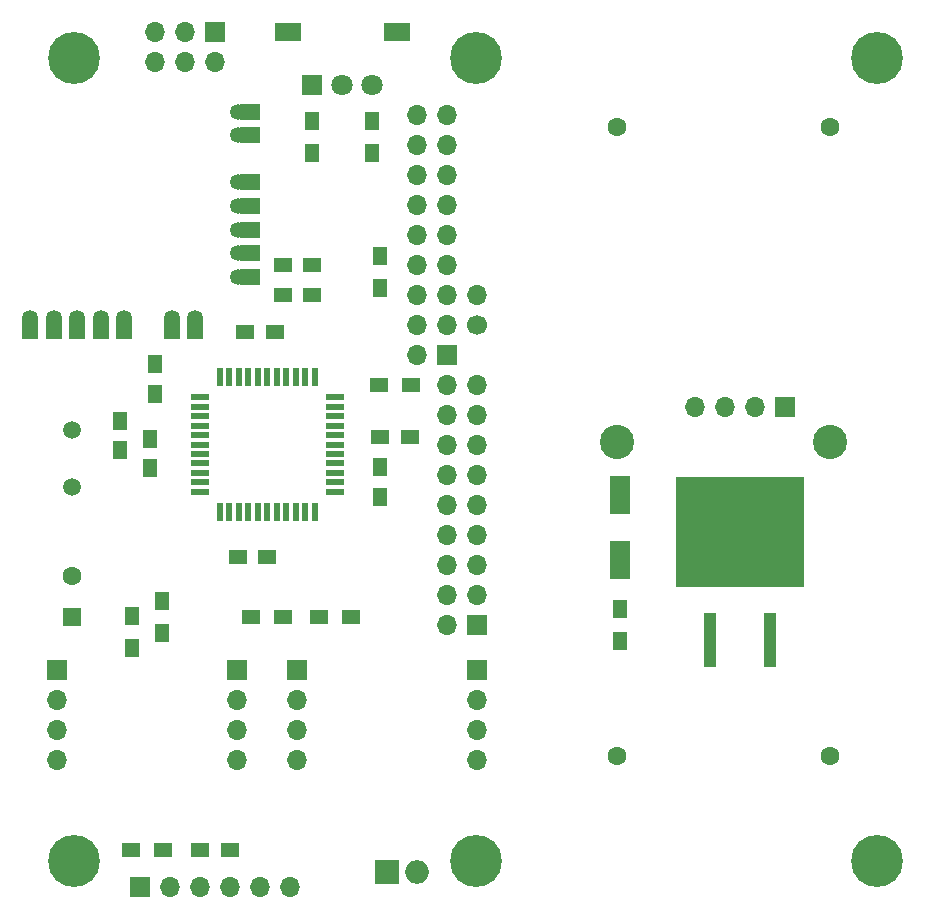
<source format=gbr>
%TF.GenerationSoftware,KiCad,Pcbnew,4.0.7*%
%TF.CreationDate,2018-07-29T20:51:03+02:00*%
%TF.ProjectId,HB-UNI-644,48422D554E492D3634342E6B69636164,2.0*%
%TF.FileFunction,Soldermask,Top*%
%FSLAX46Y46*%
G04 Gerber Fmt 4.6, Leading zero omitted, Abs format (unit mm)*
G04 Created by KiCad (PCBNEW 4.0.7) date 07/29/18 20:51:03*
%MOMM*%
%LPD*%
G01*
G04 APERTURE LIST*
%ADD10C,0.100000*%
%ADD11R,1.300000X1.500000*%
%ADD12C,1.350000*%
%ADD13R,1.800000X1.350000*%
%ADD14R,2.000000X2.000000*%
%ADD15O,2.000000X2.000000*%
%ADD16C,1.600000*%
%ADD17C,2.900000*%
%ADD18R,1.500000X1.300000*%
%ADD19R,1.250000X1.500000*%
%ADD20R,1.500000X1.250000*%
%ADD21R,1.800000X1.800000*%
%ADD22C,1.800000*%
%ADD23R,1.700000X1.700000*%
%ADD24O,1.700000X1.700000*%
%ADD25R,1.500000X0.550000*%
%ADD26R,0.550000X1.500000*%
%ADD27C,1.500000*%
%ADD28C,1.700000*%
%ADD29R,2.180000X1.600000*%
%ADD30R,1.600000X1.600000*%
%ADD31R,1.100000X4.600000*%
%ADD32R,10.800000X9.400000*%
%ADD33R,1.700000X3.300000*%
%ADD34R,1.350000X1.800000*%
%ADD35C,4.400000*%
%ADD36C,0.700000*%
G04 APERTURE END LIST*
D10*
D11*
X132715000Y-125650000D03*
X132715000Y-128350000D03*
D12*
X100370000Y-83560000D03*
D13*
X101370000Y-83560000D03*
D12*
X100370000Y-97560000D03*
X100370000Y-95560000D03*
X100370000Y-93560000D03*
X100370000Y-91560000D03*
X100370000Y-89560000D03*
X100370000Y-85560000D03*
D13*
X101370000Y-97560000D03*
X101370000Y-95560000D03*
X101370000Y-93560000D03*
X101370000Y-91560000D03*
X101370000Y-89560000D03*
X101370000Y-85560000D03*
D14*
X113030000Y-147955000D03*
D15*
X115570000Y-147955000D03*
D16*
X132500000Y-138100000D03*
X132500000Y-84900000D03*
D17*
X132500000Y-111500000D03*
D16*
X150500000Y-84900000D03*
X150500000Y-138100000D03*
D17*
X150500000Y-111500000D03*
D18*
X101520000Y-126365000D03*
X104220000Y-126365000D03*
D19*
X112395000Y-116185000D03*
X112395000Y-113685000D03*
X93400000Y-104950000D03*
X93400000Y-107450000D03*
D20*
X100985000Y-102235000D03*
X103485000Y-102235000D03*
X100350000Y-121285000D03*
X102850000Y-121285000D03*
X99675000Y-146050000D03*
X97175000Y-146050000D03*
X112415000Y-111125000D03*
X114915000Y-111125000D03*
D19*
X90424000Y-109748000D03*
X90424000Y-112248000D03*
X92964000Y-113772000D03*
X92964000Y-111272000D03*
D21*
X106680000Y-81280000D03*
D22*
X109220000Y-81280000D03*
X111760000Y-81280000D03*
D23*
X92075000Y-149225000D03*
D24*
X94615000Y-149225000D03*
X97155000Y-149225000D03*
X99695000Y-149225000D03*
X102235000Y-149225000D03*
X104775000Y-149225000D03*
D23*
X85090000Y-130810000D03*
D24*
X85090000Y-133350000D03*
X85090000Y-135890000D03*
X85090000Y-138430000D03*
D23*
X100330000Y-130810000D03*
D24*
X100330000Y-133350000D03*
X100330000Y-135890000D03*
X100330000Y-138430000D03*
D23*
X105410000Y-130810000D03*
D24*
X105410000Y-133350000D03*
X105410000Y-135890000D03*
X105410000Y-138430000D03*
D23*
X120650000Y-130810000D03*
D24*
X120650000Y-133350000D03*
X120650000Y-135890000D03*
X120650000Y-138430000D03*
D18*
X91360000Y-146050000D03*
X94060000Y-146050000D03*
D11*
X111760000Y-84375000D03*
X111760000Y-87075000D03*
X106680000Y-84375000D03*
X106680000Y-87075000D03*
D18*
X107235000Y-126365000D03*
X109935000Y-126365000D03*
D11*
X93980000Y-125015000D03*
X93980000Y-127715000D03*
X91440000Y-126285000D03*
X91440000Y-128985000D03*
D25*
X97170000Y-107760000D03*
X97170000Y-108560000D03*
X97170000Y-109360000D03*
X97170000Y-110160000D03*
X97170000Y-110960000D03*
X97170000Y-111760000D03*
X97170000Y-112560000D03*
X97170000Y-113360000D03*
X97170000Y-114160000D03*
X97170000Y-114960000D03*
X97170000Y-115760000D03*
D26*
X98870000Y-117460000D03*
X99670000Y-117460000D03*
X100470000Y-117460000D03*
X101270000Y-117460000D03*
X102070000Y-117460000D03*
X102870000Y-117460000D03*
X103670000Y-117460000D03*
X104470000Y-117460000D03*
X105270000Y-117460000D03*
X106070000Y-117460000D03*
X106870000Y-117460000D03*
D25*
X108570000Y-115760000D03*
X108570000Y-114960000D03*
X108570000Y-114160000D03*
X108570000Y-113360000D03*
X108570000Y-112560000D03*
X108570000Y-111760000D03*
X108570000Y-110960000D03*
X108570000Y-110160000D03*
X108570000Y-109360000D03*
X108570000Y-108560000D03*
X108570000Y-107760000D03*
D26*
X106870000Y-106060000D03*
X106070000Y-106060000D03*
X105270000Y-106060000D03*
X104470000Y-106060000D03*
X103670000Y-106060000D03*
X102870000Y-106060000D03*
X102070000Y-106060000D03*
X101270000Y-106060000D03*
X100470000Y-106060000D03*
X99670000Y-106060000D03*
X98870000Y-106060000D03*
D27*
X86360000Y-110490000D03*
X86360000Y-115370000D03*
D23*
X98425000Y-76835000D03*
D24*
X98425000Y-79375000D03*
X95885000Y-76835000D03*
X95885000Y-79375000D03*
X93345000Y-76835000D03*
X93345000Y-79375000D03*
D18*
X115015000Y-106680000D03*
X112315000Y-106680000D03*
D11*
X112395000Y-95805000D03*
X112395000Y-98505000D03*
D28*
X120650000Y-101600000D03*
D24*
X120650000Y-99060000D03*
D20*
X106660000Y-96520000D03*
X104160000Y-96520000D03*
X106660000Y-99060000D03*
X104160000Y-99060000D03*
D29*
X104630000Y-76835000D03*
X113810000Y-76835000D03*
D30*
X86360000Y-126365000D03*
D16*
X86360000Y-122865000D03*
D23*
X118110000Y-104140000D03*
D24*
X115570000Y-104140000D03*
X118110000Y-101600000D03*
X115570000Y-101600000D03*
X118110000Y-99060000D03*
X115570000Y-99060000D03*
X118110000Y-96520000D03*
X115570000Y-96520000D03*
X118110000Y-93980000D03*
X115570000Y-93980000D03*
X118110000Y-91440000D03*
X115570000Y-91440000D03*
X118110000Y-88900000D03*
X115570000Y-88900000D03*
X118110000Y-86360000D03*
X115570000Y-86360000D03*
X118110000Y-83820000D03*
X115570000Y-83820000D03*
D23*
X120650000Y-127000000D03*
D24*
X118110000Y-127000000D03*
X120650000Y-124460000D03*
X118110000Y-124460000D03*
X120650000Y-121920000D03*
X118110000Y-121920000D03*
X120650000Y-119380000D03*
X118110000Y-119380000D03*
X120650000Y-116840000D03*
X118110000Y-116840000D03*
X120650000Y-114300000D03*
X118110000Y-114300000D03*
X120650000Y-111760000D03*
X118110000Y-111760000D03*
X120650000Y-109220000D03*
X118110000Y-109220000D03*
X120650000Y-106680000D03*
X118110000Y-106680000D03*
D23*
X146685000Y-108585000D03*
D24*
X144145000Y-108585000D03*
X141605000Y-108585000D03*
X139065000Y-108585000D03*
D31*
X140335000Y-128330000D03*
X145415000Y-128330000D03*
D32*
X142875000Y-119180000D03*
D33*
X132715000Y-115995000D03*
X132715000Y-121495000D03*
D12*
X96780000Y-101005000D03*
D34*
X96780000Y-102005000D03*
D12*
X82780000Y-101005000D03*
X84780000Y-101005000D03*
X86780000Y-101005000D03*
X88780000Y-101005000D03*
X90780000Y-101005000D03*
X94780000Y-101005000D03*
D34*
X82780000Y-102005000D03*
X84780000Y-102005000D03*
X86780000Y-102005000D03*
X88780000Y-102005000D03*
X90780000Y-102005000D03*
X94780000Y-102005000D03*
D35*
X86500000Y-79000000D03*
D36*
X88150000Y-79000000D03*
X87666726Y-80166726D03*
X86500000Y-80650000D03*
X85333274Y-80166726D03*
X84850000Y-79000000D03*
X85333274Y-77833274D03*
X86500000Y-77350000D03*
X87666726Y-77833274D03*
D35*
X120500000Y-79000000D03*
D36*
X122150000Y-79000000D03*
X121666726Y-80166726D03*
X120500000Y-80650000D03*
X119333274Y-80166726D03*
X118850000Y-79000000D03*
X119333274Y-77833274D03*
X120500000Y-77350000D03*
X121666726Y-77833274D03*
D35*
X154500000Y-79000000D03*
D36*
X156150000Y-79000000D03*
X155666726Y-80166726D03*
X154500000Y-80650000D03*
X153333274Y-80166726D03*
X152850000Y-79000000D03*
X153333274Y-77833274D03*
X154500000Y-77350000D03*
X155666726Y-77833274D03*
D35*
X86500000Y-147000000D03*
D36*
X88150000Y-147000000D03*
X87666726Y-148166726D03*
X86500000Y-148650000D03*
X85333274Y-148166726D03*
X84850000Y-147000000D03*
X85333274Y-145833274D03*
X86500000Y-145350000D03*
X87666726Y-145833274D03*
D35*
X120500000Y-147000000D03*
D36*
X122150000Y-147000000D03*
X121666726Y-148166726D03*
X120500000Y-148650000D03*
X119333274Y-148166726D03*
X118850000Y-147000000D03*
X119333274Y-145833274D03*
X120500000Y-145350000D03*
X121666726Y-145833274D03*
D35*
X154500000Y-147000000D03*
D36*
X156150000Y-147000000D03*
X155666726Y-148166726D03*
X154500000Y-148650000D03*
X153333274Y-148166726D03*
X152850000Y-147000000D03*
X153333274Y-145833274D03*
X154500000Y-145350000D03*
X155666726Y-145833274D03*
M02*

</source>
